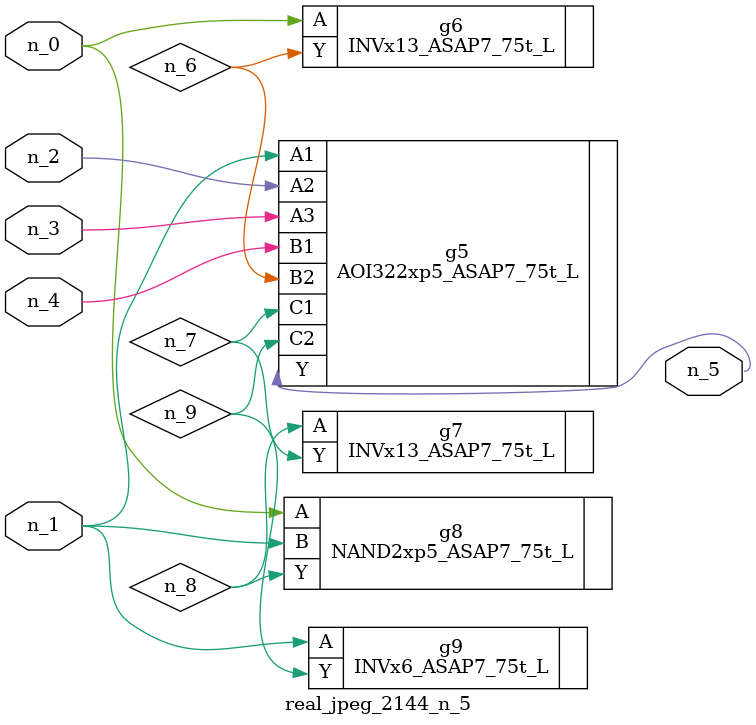
<source format=v>
module real_jpeg_2144_n_5 (n_4, n_0, n_1, n_2, n_3, n_5);

input n_4;
input n_0;
input n_1;
input n_2;
input n_3;

output n_5;

wire n_8;
wire n_6;
wire n_7;
wire n_9;

INVx13_ASAP7_75t_L g6 ( 
.A(n_0),
.Y(n_6)
);

NAND2xp5_ASAP7_75t_L g8 ( 
.A(n_0),
.B(n_1),
.Y(n_8)
);

AOI322xp5_ASAP7_75t_L g5 ( 
.A1(n_1),
.A2(n_2),
.A3(n_3),
.B1(n_4),
.B2(n_6),
.C1(n_7),
.C2(n_9),
.Y(n_5)
);

INVx6_ASAP7_75t_L g9 ( 
.A(n_1),
.Y(n_9)
);

INVx13_ASAP7_75t_L g7 ( 
.A(n_8),
.Y(n_7)
);


endmodule
</source>
